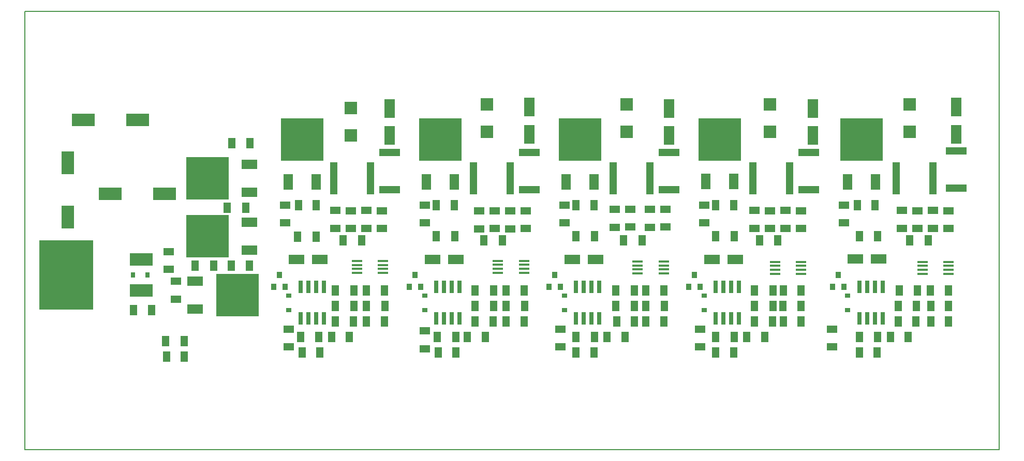
<source format=gbr>
G04 PROTEUS RS274X GERBER FILE*
%FSLAX45Y45*%
%MOMM*%
G01*
%ADD20R,1.193800X5.308600*%
%ADD24R,1.143000X1.803400*%
%ADD25R,1.803400X1.143000*%
%ADD26R,2.108200X2.108200*%
%ADD27R,1.651000X3.048000*%
%ADD28R,3.403600X1.244600*%
%ADD29R,6.985000X6.985000*%
%ADD72R,1.524000X2.540000*%
%ADD73R,0.635000X2.032000*%
%ADD30R,2.540000X1.524000*%
%ADD31R,0.889000X0.635000*%
%ADD32R,0.889000X1.016000*%
%ADD33R,1.778000X0.381000*%
%ADD35R,2.032000X3.810000*%
%ADD36R,0.635000X0.889000*%
%ADD37R,8.890000X11.430000*%
%ADD38R,3.810000X2.032000*%
%ADD39C,0.203200*%
D20*
X-1778000Y+190500D03*
X-2378000Y+190500D03*
D24*
X-4117620Y-292100D03*
X-3817620Y-292100D03*
D25*
X-4960620Y-1498600D03*
X-4960620Y-1798600D03*
D26*
X-2095500Y+1339000D03*
X-2095500Y+889000D03*
D27*
X-1460500Y+889000D03*
X-1460500Y+1333500D03*
D28*
X-1460500Y+610000D03*
X-1460500Y+0D03*
D29*
X-2895600Y+817880D03*
D72*
X-3124200Y+127000D03*
X-2667000Y+127000D03*
D73*
X-2921000Y-2108200D03*
X-2794000Y-2108200D03*
X-2667000Y-2108200D03*
X-2540000Y-2108200D03*
X-2540000Y-1587500D03*
X-2667000Y-1587500D03*
X-2794000Y-1587500D03*
X-2921000Y-1587500D03*
D24*
X-2667000Y-254000D03*
X-2957000Y-254000D03*
D25*
X-3175000Y-254000D03*
X-3175000Y-544000D03*
D24*
X-2967000Y-768350D03*
X-2667000Y-768350D03*
D30*
X-2984500Y-1143000D03*
X-2603500Y-1143000D03*
D31*
X-3111500Y-1968500D03*
X-3111500Y-1733550D03*
D24*
X-2921000Y-2413000D03*
X-2621000Y-2413000D03*
X-2893500Y-2667000D03*
X-2603500Y-2667000D03*
D32*
X-3268980Y-1397000D03*
X-3362960Y-1587500D03*
X-3175000Y-1587500D03*
D25*
X-3111500Y-2286000D03*
X-3111500Y-2576000D03*
X-1587500Y-635000D03*
X-1587500Y-345000D03*
X-2095500Y-635000D03*
X-2095500Y-345000D03*
X-1841500Y-335000D03*
X-1841500Y-635000D03*
D33*
X-2000250Y-1166900D03*
X-2000250Y-1231900D03*
X-2000250Y-1296900D03*
X-2000250Y-1361900D03*
X-1570250Y-1361900D03*
X-1570250Y-1296900D03*
X-1570250Y-1231900D03*
X-1570250Y-1166900D03*
D24*
X-2222500Y-825500D03*
X-1922500Y-825500D03*
X-1841500Y-2159000D03*
X-1551500Y-2159000D03*
X-1841500Y-1651000D03*
X-1551500Y-1651000D03*
X-2349500Y-2159000D03*
X-2059500Y-2159000D03*
X-2349500Y-1651000D03*
X-2049500Y-1651000D03*
X-2349500Y-1905000D03*
X-2049500Y-1905000D03*
X-1841500Y-1905000D03*
X-1541500Y-1905000D03*
D25*
X-2349500Y-335000D03*
X-2349500Y-635000D03*
D29*
X-635000Y+817880D03*
D72*
X-863600Y+127000D03*
X-406400Y+127000D03*
D20*
X+508000Y+190500D03*
X-92000Y+190500D03*
D26*
X+127000Y+1397000D03*
X+127000Y+947000D03*
D27*
X+825500Y+907000D03*
X+825500Y+1351500D03*
D28*
X+825500Y+610000D03*
X+825500Y+0D03*
D33*
X+306600Y-1165400D03*
X+306600Y-1230400D03*
X+306600Y-1295400D03*
X+306600Y-1360400D03*
X+736600Y-1360400D03*
X+736600Y-1295400D03*
X+736600Y-1230400D03*
X+736600Y-1165400D03*
D25*
X-889000Y-254000D03*
X-889000Y-544000D03*
D24*
X-408500Y-254000D03*
X-698500Y-254000D03*
X-698500Y-762000D03*
X-398500Y-762000D03*
D30*
X-762000Y-1143000D03*
X-381000Y-1143000D03*
D32*
X-1046480Y-1397000D03*
X-1140460Y-1587500D03*
X-952500Y-1587500D03*
D31*
X-889000Y-1968500D03*
X-889000Y-1733550D03*
D73*
X-698500Y-2108200D03*
X-571500Y-2108200D03*
X-444500Y-2108200D03*
X-317500Y-2108200D03*
X-317500Y-1587500D03*
X-444500Y-1587500D03*
X-571500Y-1587500D03*
X-698500Y-1587500D03*
D25*
X-889000Y-2313500D03*
X-889000Y-2603500D03*
D24*
X-671000Y-2667000D03*
X-381000Y-2667000D03*
X-681000Y-2413000D03*
X-381000Y-2413000D03*
D25*
X+0Y-345000D03*
X+0Y-645000D03*
X+508000Y-345000D03*
X+508000Y-645000D03*
X+762000Y-635000D03*
X+762000Y-345000D03*
X+254000Y-635000D03*
X+254000Y-345000D03*
D24*
X+81000Y-825500D03*
X+381000Y-825500D03*
X-63500Y-1651000D03*
X+236500Y-1651000D03*
X-63500Y-1905000D03*
X+236500Y-1905000D03*
X-63500Y-2159000D03*
X+226500Y-2159000D03*
X+444500Y-1651000D03*
X+734500Y-1651000D03*
X+444500Y-2159000D03*
X+734500Y-2159000D03*
X+444500Y-1905000D03*
X+744500Y-1905000D03*
D27*
X+3111500Y+889000D03*
X+3111500Y+1333500D03*
D26*
X+2413000Y+1397000D03*
X+2413000Y+947000D03*
D31*
X+1397000Y-1968500D03*
X+1397000Y-1733550D03*
D20*
X+2794000Y+190500D03*
X+2194000Y+190500D03*
D32*
X+1239520Y-1397000D03*
X+1145540Y-1587500D03*
X+1333500Y-1587500D03*
D29*
X+1651000Y+817880D03*
D72*
X+1422400Y+127000D03*
X+1879600Y+127000D03*
D33*
X+2592600Y-1176600D03*
X+2592600Y-1241600D03*
X+2592600Y-1306600D03*
X+2592600Y-1371600D03*
X+3022600Y-1371600D03*
X+3022600Y-1306600D03*
X+3022600Y-1241600D03*
X+3022600Y-1176600D03*
D73*
X+1587500Y-2108200D03*
X+1714500Y-2108200D03*
X+1841500Y-2108200D03*
X+1968500Y-2108200D03*
X+1968500Y-1587500D03*
X+1841500Y-1587500D03*
X+1714500Y-1587500D03*
X+1587500Y-1587500D03*
D28*
X+3111500Y+610000D03*
X+3111500Y+0D03*
D24*
X+1587500Y-762000D03*
X+1887500Y-762000D03*
D30*
X+1524000Y-1143000D03*
X+1905000Y-1143000D03*
D25*
X+1397000Y-254000D03*
X+1397000Y-544000D03*
D24*
X+1877500Y-254000D03*
X+1587500Y-254000D03*
X+1587500Y-2667000D03*
X+1877500Y-2667000D03*
D25*
X+1333500Y-2286000D03*
X+1333500Y-2576000D03*
D24*
X+1587500Y-2413000D03*
X+1887500Y-2413000D03*
D25*
X+2222500Y-317500D03*
X+2222500Y-617500D03*
X+2476500Y-607500D03*
X+2476500Y-317500D03*
X+3048000Y-607500D03*
X+3048000Y-317500D03*
X+2794000Y-617500D03*
X+2794000Y-317500D03*
D24*
X+2367000Y-825500D03*
X+2667000Y-825500D03*
X+2730500Y-2159000D03*
X+3020500Y-2159000D03*
X+2730500Y-1651000D03*
X+3020500Y-1651000D03*
X+2250000Y-2159000D03*
X+2540000Y-2159000D03*
X+2240000Y-1905000D03*
X+2540000Y-1905000D03*
X+2730500Y-1905000D03*
X+3030500Y-1905000D03*
X+2240000Y-1651000D03*
X+2540000Y-1651000D03*
D27*
X+5461000Y+889000D03*
X+5461000Y+1333500D03*
D26*
X+4762500Y+1397000D03*
X+4762500Y+947000D03*
D31*
X+3683000Y-1968500D03*
X+3683000Y-1733550D03*
D20*
X+5080000Y+190500D03*
X+4480000Y+190500D03*
D32*
X+3525520Y-1397000D03*
X+3431540Y-1587500D03*
X+3619500Y-1587500D03*
D29*
X+3937000Y+825500D03*
D72*
X+3708400Y+134620D03*
X+4165600Y+134620D03*
D32*
X+5875020Y-1397000D03*
X+5781040Y-1587500D03*
X+5969000Y-1587500D03*
D29*
X+6261100Y+817880D03*
D72*
X+6032500Y+127000D03*
X+6489700Y+127000D03*
D28*
X+5397500Y+610000D03*
X+5397500Y+0D03*
X+7810500Y+635000D03*
X+7810500Y+25000D03*
D33*
X+4840500Y-1181100D03*
X+4840500Y-1246100D03*
X+4840500Y-1311100D03*
X+4840500Y-1376100D03*
X+5270500Y-1376100D03*
X+5270500Y-1311100D03*
X+5270500Y-1246100D03*
X+5270500Y-1181100D03*
D73*
X+3873500Y-2108200D03*
X+4000500Y-2108200D03*
X+4127500Y-2108200D03*
X+4254500Y-2108200D03*
X+4254500Y-1587500D03*
X+4127500Y-1587500D03*
X+4000500Y-1587500D03*
X+3873500Y-1587500D03*
D33*
X+7253500Y-1181100D03*
X+7253500Y-1246100D03*
X+7253500Y-1311100D03*
X+7253500Y-1376100D03*
X+7683500Y-1376100D03*
X+7683500Y-1311100D03*
X+7683500Y-1246100D03*
X+7683500Y-1181100D03*
D73*
X+6223000Y-2108200D03*
X+6350000Y-2108200D03*
X+6477000Y-2108200D03*
X+6604000Y-2108200D03*
X+6604000Y-1587500D03*
X+6477000Y-1587500D03*
X+6350000Y-1587500D03*
X+6223000Y-1587500D03*
D24*
X+3873500Y-2413000D03*
X+4173500Y-2413000D03*
X+3873500Y-762000D03*
X+4173500Y-762000D03*
D30*
X+3810000Y-1143000D03*
X+4191000Y-1143000D03*
D25*
X+3619500Y-2286000D03*
X+3619500Y-2576000D03*
X+3683000Y-254000D03*
X+3683000Y-544000D03*
D24*
X+4163500Y-254000D03*
X+3873500Y-254000D03*
X+3873500Y-2667000D03*
X+4163500Y-2667000D03*
D25*
X+5270500Y-635000D03*
X+5270500Y-345000D03*
X+4762500Y-635000D03*
X+4762500Y-345000D03*
D24*
X+4508500Y-2159000D03*
X+4798500Y-2159000D03*
X+4589500Y-825500D03*
X+4889500Y-825500D03*
D25*
X+5016500Y-335000D03*
X+5016500Y-635000D03*
X+4508500Y-335000D03*
X+4508500Y-635000D03*
D24*
X+4980500Y-2159000D03*
X+5270500Y-2159000D03*
X+4980500Y-1651000D03*
X+5270500Y-1651000D03*
X+7393500Y-2159000D03*
X+7683500Y-2159000D03*
X+4508500Y-1905000D03*
X+4808500Y-1905000D03*
X+4970500Y-1905000D03*
X+5270500Y-1905000D03*
X+4508500Y-1651000D03*
X+4808500Y-1651000D03*
D27*
X+7810500Y+907000D03*
X+7810500Y+1351500D03*
D26*
X+7048500Y+1397000D03*
X+7048500Y+947000D03*
D31*
X+6032500Y-1968500D03*
X+6032500Y-1733550D03*
D20*
X+7429500Y+190500D03*
X+6829500Y+190500D03*
D24*
X+6858000Y-1905000D03*
X+7158000Y-1905000D03*
X+6223000Y-762000D03*
X+6523000Y-762000D03*
D30*
X+6159500Y-1135380D03*
X+6540500Y-1135380D03*
D25*
X+5969000Y-254000D03*
X+5969000Y-544000D03*
D24*
X+6477000Y-254000D03*
X+6187000Y-254000D03*
D25*
X+5778500Y-2286000D03*
X+5778500Y-2576000D03*
D24*
X+6223000Y-2667000D03*
X+6513000Y-2667000D03*
X+6223000Y-2413000D03*
X+6523000Y-2413000D03*
X+7048500Y-825500D03*
X+7348500Y-825500D03*
X+7383500Y-1651000D03*
X+7683500Y-1651000D03*
D25*
X+7429500Y-335000D03*
X+7429500Y-635000D03*
D24*
X+6875500Y-1651000D03*
X+7175500Y-1651000D03*
D25*
X+6921500Y-335000D03*
X+6921500Y-635000D03*
D24*
X+7393500Y-1905000D03*
X+7683500Y-1905000D03*
D25*
X+7683500Y-635000D03*
X+7683500Y-345000D03*
X+7175500Y-635000D03*
X+7175500Y-345000D03*
D24*
X+6858000Y-2159000D03*
X+7148000Y-2159000D03*
X-4054120Y-1244600D03*
X-3754120Y-1244600D03*
X-4046500Y+762000D03*
X-3746500Y+762000D03*
X-4826000Y-2476500D03*
X-5126000Y-2476500D03*
D25*
X-5080000Y-1306000D03*
X-5080000Y-1016000D03*
D24*
X-4826000Y-2730500D03*
X-5116000Y-2730500D03*
D29*
X-3952240Y-1727200D03*
D30*
X-4643120Y-1498600D03*
X-4643120Y-1955800D03*
D29*
X-4445000Y-762000D03*
D30*
X-3754120Y-990600D03*
X-3754120Y-533400D03*
D29*
X-4445000Y+190500D03*
D30*
X-3754120Y-38100D03*
X-3754120Y+419100D03*
D24*
X-4643120Y-1244600D03*
X-4343120Y-1244600D03*
X-2413000Y-2413000D03*
X-2123000Y-2413000D03*
X-190500Y-2413000D03*
X+99500Y-2413000D03*
X+2095500Y-2413000D03*
X+2385500Y-2413000D03*
X+4381500Y-2413000D03*
X+4671500Y-2413000D03*
X+6731000Y-2413000D03*
X+7021000Y-2413000D03*
D35*
X-6731000Y-444500D03*
X-6731000Y+444500D03*
D36*
X-5429250Y-1397000D03*
X-5664200Y-1397000D03*
D37*
X-6756400Y-1396216D03*
D38*
X-5524500Y-1650216D03*
X-5524500Y-1142216D03*
D24*
X-5361500Y-1968500D03*
X-5651500Y-1968500D03*
D38*
X-6032500Y-63500D03*
X-5143500Y-63500D03*
X-6477000Y+1143000D03*
X-5588000Y+1143000D03*
D39*
X-7429500Y-4254500D02*
X+8509000Y-4254500D01*
X+8509000Y+2921000D01*
X-7429500Y+2921000D01*
X-7429500Y-4254500D01*
M02*

</source>
